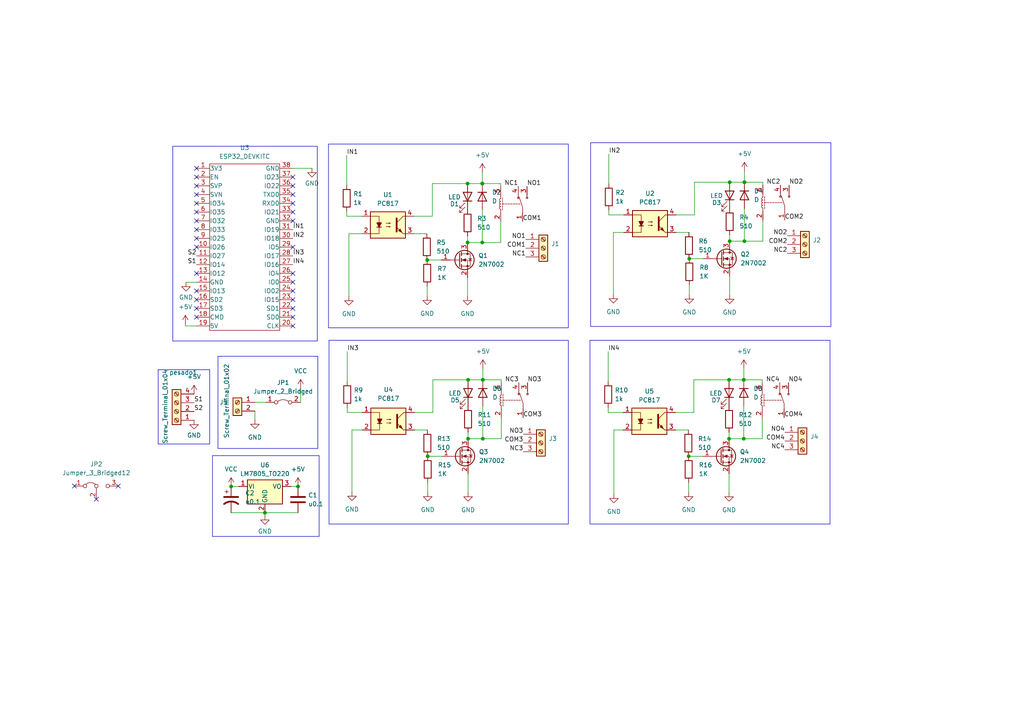
<source format=kicad_sch>
(kicad_sch (version 20250114) (generator "eeschema") (generator_version "9.0")
  (paper "A4")
  (lib_symbols
    (symbol "Connector:Screw_Terminal_01x02" (pin_names (offset 1.016) (hide yes))
      (property "Reference" "J" (at 0 2.54 0))
      (property "Value" "Screw_Terminal_01x02" (at 0 -5.08 0))
      (symbol "Screw_Terminal_01x02_1_1"
        (rectangle (start -1.27 1.27) (end 1.27 -3.81) (stroke (width 0.254)) (fill (type background)))
        (polyline (pts (xy -0.5334 0.3302) (xy 0.3302 -0.508)) (stroke (width 0.1524)))
        (polyline (pts (xy -0.5334 -2.2098) (xy 0.3302 -3.048)) (stroke (width 0.1524)))
        (polyline (pts (xy -0.3556 0.508) (xy 0.508 -0.3302)) (stroke (width 0.1524)))
        (polyline (pts (xy -0.3556 -2.032) (xy 0.508 -2.8702)) (stroke (width 0.1524)))
        (circle (center 0 0) (radius 0.635) (stroke (width 0.1524)))
        (circle (center 0 -2.54) (radius 0.635) (stroke (width 0.1524)))
        (pin passive line (at -5.08 0 0) (length 3.81) (name "Pin_1") (number "1"))
        (pin passive line (at -5.08 -2.54 0) (length 3.81) (name "Pin_2") (number "2"))
      )
    )
    (symbol "Connector:Screw_Terminal_01x03" (pin_names (offset 1.016) (hide yes))
      (property "Reference" "J" (at 0 5.08 0))
      (property "Value" "Screw_Terminal_01x03" (at 0 -5.08 0))
      (symbol "Screw_Terminal_01x03_1_1"
        (rectangle (start -1.27 3.81) (end 1.27 -3.81) (stroke (width 0.254)) (fill (type background)))
        (polyline (pts (xy -0.5334 2.8702) (xy 0.3302 2.032)) (stroke (width 0.1524)))
        (polyline (pts (xy -0.5334 0.3302) (xy 0.3302 -0.508)) (stroke (width 0.1524)))
        (polyline (pts (xy -0.5334 -2.2098) (xy 0.3302 -3.048)) (stroke (width 0.1524)))
        (polyline (pts (xy -0.3556 3.048) (xy 0.508 2.2098)) (stroke (width 0.1524)))
        (polyline (pts (xy -0.3556 0.508) (xy 0.508 -0.3302)) (stroke (width 0.1524)))
        (polyline (pts (xy -0.3556 -2.032) (xy 0.508 -2.8702)) (stroke (width 0.1524)))
        (circle (center 0 2.54) (radius 0.635) (stroke (width 0.1524)))
        (circle (center 0 0) (radius 0.635) (stroke (width 0.1524)))
        (circle (center 0 -2.54) (radius 0.635) (stroke (width 0.1524)))
        (pin passive line (at -5.08 2.54 0) (length 3.81) (name "Pin_1") (number "1"))
        (pin passive line (at -5.08 0 0) (length 3.81) (name "Pin_2") (number "2"))
        (pin passive line (at -5.08 -2.54 0) (length 3.81) (name "Pin_3") (number "3"))
      )
    )
    (symbol "Connector:Screw_Terminal_01x04" (pin_names (offset 1.016) (hide yes))
      (property "Reference" "J" (at 0 5.08 0))
      (property "Value" "Screw_Terminal_01x04" (at 0 -7.62 0))
      (symbol "Screw_Terminal_01x04_1_1"
        (rectangle (start -1.27 3.81) (end 1.27 -6.35) (stroke (width 0.254)) (fill (type background)))
        (polyline (pts (xy -0.5334 2.8702) (xy 0.3302 2.032)) (stroke (width 0.1524)))
        (polyline (pts (xy -0.5334 0.3302) (xy 0.3302 -0.508)) (stroke (width 0.1524)))
        (polyline (pts (xy -0.5334 -2.2098) (xy 0.3302 -3.048)) (stroke (width 0.1524)))
        (polyline (pts (xy -0.5334 -4.7498) (xy 0.3302 -5.588)) (stroke (width 0.1524)))
        (polyline (pts (xy -0.3556 3.048) (xy 0.508 2.2098)) (stroke (width 0.1524)))
        (polyline (pts (xy -0.3556 0.508) (xy 0.508 -0.3302)) (stroke (width 0.1524)))
        (polyline (pts (xy -0.3556 -2.032) (xy 0.508 -2.8702)) (stroke (width 0.1524)))
        (polyline (pts (xy -0.3556 -4.572) (xy 0.508 -5.4102)) (stroke (width 0.1524)))
        (circle (center 0 2.54) (radius 0.635) (stroke (width 0.1524)))
        (circle (center 0 0) (radius 0.635) (stroke (width 0.1524)))
        (circle (center 0 -2.54) (radius 0.635) (stroke (width 0.1524)))
        (circle (center 0 -5.08) (radius 0.635) (stroke (width 0.1524)))
        (pin passive line (at -5.08 2.54 0) (length 3.81) (name "Pin_1") (number "1"))
        (pin passive line (at -5.08 0 0) (length 3.81) (name "Pin_2") (number "2"))
        (pin passive line (at -5.08 -2.54 0) (length 3.81) (name "Pin_3") (number "3"))
        (pin passive line (at -5.08 -5.08 0) (length 3.81) (name "Pin_4") (number "4"))
      )
    )
    (symbol "Device:C" (pin_numbers (hide yes)) (pin_names (offset 0.254))
      (property "Reference" "C" (at 0.635 2.54 0))
      (property "Value" "C" (at 0.635 -2.54 0))
      (symbol "C_0_1"
        (polyline (pts (xy -2.032 0.762) (xy 2.032 0.762)) (stroke (width 0.508)))
        (polyline (pts (xy -2.032 -0.762) (xy 2.032 -0.762)) (stroke (width 0.508)))
      )
      (symbol "C_1_1"
        (pin passive line (at 0 3.81 270) (length 2.794) (name "~") (number "1"))
        (pin passive line (at 0 -3.81 90) (length 2.794) (name "~") (number "2"))
      )
    )
    (symbol "Device:C_Polarized_US" (pin_numbers (hide yes)) (pin_names (offset 0.254) (hide yes))
      (property "Reference" "C" (at 0.635 2.54 0))
      (property "Value" "C_Polarized_US" (at 0.635 -2.54 0))
      (symbol "C_Polarized_US_0_1"
        (polyline (pts (xy -2.032 0.762) (xy 2.032 0.762)) (stroke (width 0.508)))
        (polyline (pts (xy -1.778 2.286) (xy -0.762 2.286)))
        (polyline (pts (xy -1.27 1.778) (xy -1.27 2.794)))
        (arc (start -2.032 -1.27) (mid 0 -0.5572) (end 2.032 -1.27) (stroke (width 0.508)))
      )
      (symbol "C_Polarized_US_1_1"
        (pin passive line (at 0 3.81 270) (length 2.794) (name "~") (number "1"))
        (pin passive line (at 0 -3.81 90) (length 3.302) (name "~") (number "2"))
      )
    )
    (symbol "Device:D" (pin_numbers (hide yes)) (pin_names (offset 1.016) (hide yes))
      (property "Reference" "D" (at 0 2.54 0))
      (property "Value" "D" (at 0 -2.54 0))
      (symbol "D_0_1"
        (polyline (pts (xy -1.27 1.27) (xy -1.27 -1.27)) (stroke (width 0.254)))
        (polyline (pts (xy 1.27 1.27) (xy 1.27 -1.27) (xy -1.27 0) (xy 1.27 1.27)) (stroke (width 0.254)))
        (polyline (pts (xy 1.27 0) (xy -1.27 0)))
      )
      (symbol "D_1_1"
        (pin passive line (at -3.81 0 0) (length 2.54) (name "K") (number "1"))
        (pin passive line (at 3.81 0 180) (length 2.54) (name "A") (number "2"))
      )
    )
    (symbol "Device:LED" (pin_numbers (hide yes)) (pin_names (offset 1.016) (hide yes))
      (property "Reference" "D" (at 0 2.54 0))
      (property "Value" "LED" (at 0 -2.54 0))
      (symbol "LED_0_1"
        (polyline (pts (xy -3.048 -0.762) (xy -4.572 -2.286) (xy -3.81 -2.286) (xy -4.572 -2.286) (xy -4.572 -1.524)))
        (polyline (pts (xy -1.778 -0.762) (xy -3.302 -2.286) (xy -2.54 -2.286) (xy -3.302 -2.286) (xy -3.302 -1.524)))
        (polyline (pts (xy -1.27 0) (xy 1.27 0)))
        (polyline (pts (xy -1.27 -1.27) (xy -1.27 1.27)) (stroke (width 0.254)))
        (polyline (pts (xy 1.27 -1.27) (xy 1.27 1.27) (xy -1.27 0) (xy 1.27 -1.27)) (stroke (width 0.254)))
      )
      (symbol "LED_1_1"
        (pin passive line (at -3.81 0 0) (length 2.54) (name "K") (number "1"))
        (pin passive line (at 3.81 0 180) (length 2.54) (name "A") (number "2"))
      )
    )
    (symbol "Device:R" (pin_numbers (hide yes)) (pin_names (offset 0))
      (property "Reference" "R" (at 2.032 0 90))
      (property "Value" "R" (at 0 0 90))
      (symbol "R_0_1"
        (rectangle (start -1.016 -2.54) (end 1.016 2.54) (stroke (width 0.254)))
      )
      (symbol "R_1_1"
        (pin passive line (at 0 3.81 270) (length 1.27) (name "~") (number "1"))
        (pin passive line (at 0 -3.81 90) (length 1.27) (name "~") (number "2"))
      )
    )
    (symbol "EESTN5:ESP32_DEVKITC" (pin_names (offset 0.0254))
      (property "Reference" "U" (at 0 25.4 0))
      (property "Value" "ESP32_DEVKITC" (at 0 -25.4 0))
      (symbol "ESP32_DEVKITC_0_1"
        (rectangle (start -10.16 24.13) (end 10.16 -24.13))
      )
      (symbol "ESP32_DEVKITC_1_1"
        (pin passive line (at -13.97 22.86 0) (length 3.81) (name "3V3") (number "1"))
        (pin passive line (at -13.97 20.32 0) (length 3.81) (name "EN") (number "2"))
        (pin passive line (at -13.97 17.78 0) (length 3.81) (name "SVP") (number "3"))
        (pin passive line (at -13.97 15.24 0) (length 3.81) (name "SVN") (number "4"))
        (pin passive line (at -13.97 12.7 0) (length 3.81) (name "IO34") (number "5"))
        (pin passive line (at -13.97 10.16 0) (length 3.81) (name "IO35") (number "6"))
        (pin passive line (at -13.97 7.62 0) (length 3.81) (name "IO32") (number "7"))
        (pin passive line (at -13.97 5.08 0) (length 3.81) (name "IO33") (number "8"))
        (pin passive line (at -13.97 2.54 0) (length 3.81) (name "IO25") (number "9"))
        (pin passive line (at -13.97 0 0) (length 3.81) (name "IO26") (number "10"))
        (pin passive line (at -13.97 -2.54 0) (length 3.81) (name "IO27") (number "11"))
        (pin passive line (at -13.97 -5.08 0) (length 3.81) (name "IO14") (number "12"))
        (pin passive line (at -13.97 -7.62 0) (length 3.81) (name "IO12") (number "13"))
        (pin passive line (at -13.97 -10.16 0) (length 3.81) (name "GND") (number "14"))
        (pin passive line (at -13.97 -12.7 0) (length 3.81) (name "IO13") (number "15"))
        (pin passive line (at -13.97 -15.24 0) (length 3.81) (name "SD2") (number "16"))
        (pin passive line (at -13.97 -17.78 0) (length 3.81) (name "SD3") (number "17"))
        (pin passive line (at -13.97 -20.32 0) (length 3.81) (name "CMD") (number "18"))
        (pin passive line (at -13.97 -22.86 0) (length 3.81) (name "5V") (number "19"))
        (pin passive line (at 13.97 22.86 180) (length 3.81) (name "GND") (number "38"))
        (pin passive line (at 13.97 20.32 180) (length 3.81) (name "IO23") (number "37"))
        (pin passive line (at 13.97 17.78 180) (length 3.81) (name "IO22") (number "36"))
        (pin passive line (at 13.97 15.24 180) (length 3.81) (name "TXD0") (number "35"))
        (pin passive line (at 13.97 12.7 180) (length 3.81) (name "RXD0") (number "34"))
        (pin passive line (at 13.97 10.16 180) (length 3.81) (name "IO21") (number "33"))
        (pin passive line (at 13.97 7.62 180) (length 3.81) (name "GND") (number "32"))
        (pin passive line (at 13.97 5.08 180) (length 3.81) (name "IO19") (number "31"))
        (pin passive line (at 13.97 2.54 180) (length 3.81) (name "IO18") (number "30"))
        (pin passive line (at 13.97 0 180) (length 3.81) (name "IO5") (number "29"))
        (pin passive line (at 13.97 -2.54 180) (length 3.81) (name "IO17") (number "28"))
        (pin passive line (at 13.97 -5.08 180) (length 3.81) (name "IO16") (number "27"))
        (pin passive line (at 13.97 -7.62 180) (length 3.81) (name "IO4") (number "26"))
        (pin passive line (at 13.97 -10.16 180) (length 3.81) (name "IO0") (number "25"))
        (pin passive line (at 13.97 -12.7 180) (length 3.81) (name "IO02") (number "24"))
        (pin passive line (at 13.97 -15.24 180) (length 3.81) (name "IO15") (number "23"))
        (pin passive line (at 13.97 -17.78 180) (length 3.81) (name "SD1") (number "22"))
        (pin passive line (at 13.97 -20.32 180) (length 3.81) (name "SD0") (number "21"))
        (pin passive line (at 13.97 -22.86 180) (length 3.81) (name "CLK") (number "20"))
      )
    )
    (symbol "EESTN5:PC817" (pin_names (offset 1.016))
      (property "Reference" "U" (at -5.08 5.08 0))
      (property "Value" "PC817" (at 0 5.08 0))
      (symbol "PC817_0_1"
        (rectangle (start -5.08 3.81) (end 5.08 -3.81) (stroke (width 0.254)) (fill (type background)))
        (polyline (pts (xy -5.08 2.54) (xy -2.54 2.54) (xy -2.54 0.635)))
        (polyline (pts (xy -3.175 -0.635) (xy -1.905 -0.635)) (stroke (width 0.254)))
        (polyline (pts (xy -2.54 -0.635) (xy -2.54 -2.54) (xy -5.08 -2.54)))
        (polyline (pts (xy -2.54 -0.635) (xy -3.175 0.635) (xy -1.905 0.635) (xy -2.54 -0.635)) (stroke (width 0.254)) (fill (type outline)))
        (polyline (pts (xy -0.508 0.508) (xy 0.762 0.508) (xy 0.381 0.381) (xy 0.381 0.635) (xy 0.762 0.508)))
        (polyline (pts (xy -0.508 -0.508) (xy 0.762 -0.508) (xy 0.381 -0.635) (xy 0.381 -0.381) (xy 0.762 -0.508)))
        (polyline (pts (xy 2.54 1.905) (xy 2.54 -1.905) (xy 2.54 -1.905)) (stroke (width 0.508)))
        (polyline (pts (xy 2.54 0.635) (xy 4.445 2.54)))
        (polyline (pts (xy 3.048 -1.651) (xy 3.556 -1.143) (xy 4.064 -2.159) (xy 3.048 -1.651) (xy 3.048 -1.651)) (fill (type outline)))
        (polyline (pts (xy 4.445 2.54) (xy 5.08 2.54)))
        (polyline (pts (xy 4.445 -2.54) (xy 2.54 -0.635)) (fill (type outline)))
        (polyline (pts (xy 4.445 -2.54) (xy 5.08 -2.54)))
      )
      (symbol "PC817_1_1"
        (pin passive line (at -7.62 2.54 0) (length 2.54) (name "~") (number "1"))
        (pin passive line (at -7.62 -2.54 0) (length 2.54) (name "~") (number "2"))
        (pin passive line (at 7.62 2.54 180) (length 2.54) (name "~") (number "4"))
        (pin passive line (at 7.62 -2.54 180) (length 2.54) (name "~") (number "3"))
      )
    )
    (symbol "EESTN5:RELAY_C" (pin_names (offset 1.016))
      (property "Reference" "K" (at 0 6.35 0))
      (property "Value" "RELAY_C" (at 0 -5.969 0))
      (symbol "RELAY_C_0_1"
        (polyline (pts (xy -1.778 3.302) (xy -1.27 3.302) (xy -1.27 3.302)))
        (polyline (pts (xy -1.524 3.81) (xy -2.54 3.81) (xy -2.54 3.81)))
        (polyline (pts (xy -1.524 -2.54) (xy -2.54 -2.54) (xy -2.54 -2.54)))
        (polyline (pts (xy -1.524 -2.54) (xy -1.016 -2.54) (xy 2.032 -1.524) (xy 2.032 -1.524)))
        (arc (start -1.524 3.81) (mid -1.143 4.1894) (end -0.762 3.81))
        (polyline (pts (xy -1.016 3.302) (xy -0.508 3.302) (xy -0.508 3.302)))
        (arc (start -0.762 3.81) (mid -0.381 4.1894) (end 0 3.81))
        (polyline (pts (xy -0.254 3.302) (xy 0.254 3.302) (xy 0.254 3.302)))
        (polyline (pts (xy 0 3.302) (xy 0 2.794) (xy 0 2.794)))
        (polyline (pts (xy 0 2.54) (xy 0 2.032) (xy 0 2.032)))
        (polyline (pts (xy 0 1.778) (xy 0 1.27) (xy 0 1.27)))
        (polyline (pts (xy 0 1.016) (xy 0 0.508) (xy 0 0.508)))
        (polyline (pts (xy 0 0.254) (xy 0 -0.254) (xy 0 -0.254)))
        (polyline (pts (xy 0 -0.508) (xy 0 -1.016) (xy 0 -1.016)))
        (polyline (pts (xy 0 -1.27) (xy 0 -1.778) (xy 0 -1.778)))
        (arc (start 0 3.81) (mid 0.381 4.1894) (end 0.762 3.81))
        (polyline (pts (xy 0.508 3.302) (xy 1.016 3.302) (xy 1.016 3.302)))
        (arc (start 0.762 3.81) (mid 1.143 4.1894) (end 1.524 3.81))
        (polyline (pts (xy 1.27 3.302) (xy 1.778 3.302) (xy 1.778 3.302)))
        (polyline (pts (xy 1.524 3.81) (xy 2.54 3.81) (xy 2.54 3.81)))
        (circle (center 1.778 -1.27) (radius 0.254))
        (circle (center 1.778 -3.81) (radius 0.254))
        (polyline (pts (xy 2.54 -1.27) (xy 1.778 -1.27) (xy 1.778 -1.27)))
        (polyline (pts (xy 2.54 -3.81) (xy 1.778 -3.81) (xy 1.778 -3.81)))
      )
      (symbol "RELAY_C_1_1"
        (pin passive line (at -5.08 3.81 0) (length 2.54) (name "~") (number "2"))
        (pin passive line (at -5.08 -2.54 0) (length 2.54) (name "~") (number "1"))
        (pin passive line (at 5.08 3.81 180) (length 2.54) (name "~") (number "5"))
        (pin passive line (at 5.08 -1.27 180) (length 2.54) (name "~") (number "4"))
        (pin passive line (at 5.08 -3.81 180) (length 2.54) (name "~") (number "3"))
      )
    )
    (symbol "Jumper:Jumper_2_Bridged" (pin_names (offset 0) (hide yes))
      (property "Reference" "JP" (at 0 1.905 0))
      (property "Value" "Jumper_2_Bridged" (at 0 -2.54 0))
      (symbol "Jumper_2_Bridged_0_0"
        (circle (center -2.032 0) (radius 0.508))
        (circle (center 2.032 0) (radius 0.508))
      )
      (symbol "Jumper_2_Bridged_0_1"
        (arc (start -1.524 0.254) (mid 0 0.762) (end 1.524 0.254))
      )
      (symbol "Jumper_2_Bridged_1_1"
        (pin passive line (at -5.08 0 0) (length 2.54) (name "A") (number "1"))
        (pin passive line (at 5.08 0 180) (length 2.54) (name "B") (number "2"))
      )
    )
    (symbol "Jumper:Jumper_3_Bridged12" (pin_names (offset 0) (hide yes))
      (property "Reference" "JP" (at -2.54 -2.54 0))
      (property "Value" "Jumper_3_Bridged12" (at 0 2.794 0))
      (symbol "Jumper_3_Bridged12_0_0"
        (circle (center -3.302 0) (radius 0.508))
        (circle (center 0 0) (radius 0.508))
        (circle (center 3.302 0) (radius 0.508))
      )
      (symbol "Jumper_3_Bridged12_0_1"
        (arc (start -3.048 0.508) (mid -1.651 0.9912) (end -0.254 0.508))
        (polyline (pts (xy 0 -1.27) (xy 0 -0.508)))
      )
      (symbol "Jumper_3_Bridged12_1_1"
        (pin passive line (at -6.35 0 0) (length 2.54) (name "A") (number "1"))
        (pin passive line (at 0 -3.81 90) (length 2.54) (name "C") (number "2"))
        (pin passive line (at 6.35 0 180) (length 2.54) (name "B") (number "3"))
      )
    )
    (symbol "Regulator_Linear:LM7805_TO220" (pin_names (offset 0.254))
      (property "Reference" "U" (at -3.81 3.175 0))
      (property "Value" "LM7805_TO220" (at 0 3.175 0))
      (symbol "LM7805_TO220_0_1"
        (rectangle (start -5.08 1.905) (end 5.08 -5.08) (stroke (width 0.254)) (fill (type background)))
      )
      (symbol "LM7805_TO220_1_1"
        (pin power_in line (at -7.62 0 0) (length 2.54) (name "VI") (number "1"))
        (pin power_in line (at 0 -7.62 90) (length 2.54) (name "GND") (number "2"))
        (pin power_out line (at 7.62 0 180) (length 2.54) (name "VO") (number "3"))
      )
    )
    (symbol "Transistor_FET:2N7002" (pin_names (hide yes))
      (property "Reference" "Q" (at 5.08 1.905 0))
      (property "Value" "2N7002" (at 5.08 0 0))
      (symbol "2N7002_0_1"
        (polyline (pts (xy 0.254 1.905) (xy 0.254 -1.905)) (stroke (width 0.254)))
        (polyline (pts (xy 0.254 0) (xy -2.54 0)))
        (polyline (pts (xy 0.762 2.286) (xy 0.762 1.27)) (stroke (width 0.254)))
        (polyline (pts (xy 0.762 0.508) (xy 0.762 -0.508)) (stroke (width 0.254)))
        (polyline (pts (xy 0.762 -1.27) (xy 0.762 -2.286)) (stroke (width 0.254)))
        (polyline (pts (xy 0.762 -1.778) (xy 3.302 -1.778) (xy 3.302 1.778) (xy 0.762 1.778)))
        (polyline (pts (xy 1.016 0) (xy 2.032 0.381) (xy 2.032 -0.381) (xy 1.016 0)) (fill (type outline)))
        (circle (center 1.651 0) (radius 2.794) (stroke (width 0.254)))
        (polyline (pts (xy 2.54 2.54) (xy 2.54 1.778)))
        (circle (center 2.54 1.778) (radius 0.254) (fill (type outline)))
        (circle (center 2.54 -1.778) (radius 0.254) (fill (type outline)))
        (polyline (pts (xy 2.54 -2.54) (xy 2.54 0) (xy 0.762 0)))
        (polyline (pts (xy 2.794 0.508) (xy 2.921 0.381) (xy 3.683 0.381) (xy 3.81 0.254)))
        (polyline (pts (xy 3.302 0.381) (xy 2.921 -0.254) (xy 3.683 -0.254) (xy 3.302 0.381)))
      )
      (symbol "2N7002_1_1"
        (pin input line (at -5.08 0 0) (length 2.54) (name "G") (number "1"))
        (pin passive line (at 2.54 5.08 270) (length 2.54) (name "D") (number "3"))
        (pin passive line (at 2.54 -5.08 90) (length 2.54) (name "S") (number "2"))
      )
    )
    (symbol "power:+5V" (power) (pin_names (offset 0))
      (property "Value" "+5V" (at 0 3.556 0))
      (symbol "+5V_0_1"
        (polyline (pts (xy -0.762 1.27) (xy 0 2.54)))
        (polyline (pts (xy 0 2.54) (xy 0.762 1.27)))
        (polyline (pts (xy 0 0) (xy 0 2.54)))
      )
      (symbol "+5V_1_1"
        (pin power_in line (at 0 0 90) (length 0) (hide yes) (name "+5V") (number "1"))
      )
    )
    (symbol "power:GND" (power) (pin_names (offset 0))
      (property "Value" "GND" (at 0 -3.81 0))
      (symbol "GND_0_1"
        (polyline (pts (xy 0 0) (xy 0 -1.27) (xy 1.27 -1.27) (xy 0 -2.54) (xy -1.27 -1.27) (xy 0 -1.27)))
      )
      (symbol "GND_1_1"
        (pin power_in line (at 0 0 270) (length 0) (hide yes) (name "GND") (number "1"))
      )
    )
    (symbol "power:VCC" (power) (pin_names (offset 0))
      (property "Value" "VCC" (at 0 3.81 0))
      (symbol "VCC_0_1"
        (polyline (pts (xy -0.762 1.27) (xy 0 2.54)))
        (polyline (pts (xy 0 2.54) (xy 0.762 1.27)))
        (polyline (pts (xy 0 0) (xy 0 2.54)))
      )
      (symbol "VCC_1_1"
        (pin power_in line (at 0 0 90) (length 0) (hide yes) (name "VCC") (number "1"))
      )
    )
  )
  (rectangle (start 45.8724 107.2388) (end 60.833 128.778))
  (rectangle (start 63.2206 103.3272) (end 92.1766 130.0734))
  (rectangle (start 95.2754 41.783) (end 164.846 95.0722))
  (rectangle (start 95.4278 98.7044) (end 164.846 151.9936))
  (rectangle (start 171.1198 98.7044) (end 240.7412 151.9936))
  (rectangle (start 171.2976 41.402) (end 240.9952 94.6912))
  (rectangle (start 61.6254 132.1562) (end 92.5576 155.5894))
  (rectangle (start 50.1142 42.418) (end 92.0242 98.9076))
  (junction (at 140.0294 127.254))
  (junction (at 199.7456 132.334))
  (junction (at 211.6328 69.9516))
  (junction (at 140.0302 110.1598))
  (junction (at 135.763 127.254))
  (junction (at 140.0556 110.1598))
  (junction (at 215.7222 110.1598))
  (junction (at 86.431 141.097))
  (junction (at 215.7214 127.254))
  (junction (at 135.6106 53.2384))
  (junction (at 211.455 110.1598))
  (junction (at 139.9032 53.2384))
  (junction (at 139.8778 53.2384))
  (junction (at 67.0364 141.097))
  (junction (at 124.0536 132.334))
  (junction (at 139.877 70.3326))
  (junction (at 211.455 127.254))
  (junction (at 215.7476 110.1598))
  (junction (at 215.9254 52.8574))
  (junction (at 215.9 52.8574))
  (junction (at 135.763 110.1598))
  (junction (at 199.9234 75.0316))
  (junction (at 215.8992 69.9516))
  (junction (at 76.835 148.717))
  (junction (at 211.6328 52.8574))
  (junction (at 135.6106 70.3326))
  (junction (at 123.9012 75.4126))
  (no_connect (at 56.9976 84.3788))
  (no_connect (at 84.9376 58.9788))
  (no_connect (at 84.9376 71.6788))
  (no_connect (at 56.9976 79.2988))
  (no_connect (at 84.9376 84.3788))
  (no_connect (at 56.9976 86.9188))
  (no_connect (at 56.9976 64.0588))
  (no_connect (at 84.9376 61.5188))
  (no_connect (at 56.9976 66.5988))
  (no_connect (at 56.9976 61.5188))
  (no_connect (at 56.9976 58.9788))
  (no_connect (at 34.29 140.97))
  (no_connect (at 84.9376 56.4388))
  (no_connect (at 84.9376 79.2988))
  (no_connect (at 84.9376 51.3588))
  (no_connect (at 56.9976 89.4588))
  (no_connect (at 84.9376 94.5388))
  (no_connect (at 27.94 144.78))
  (no_connect (at 56.9976 48.8188))
  (no_connect (at 56.9976 69.1388))
  (no_connect (at 56.9976 51.3588))
  (no_connect (at 84.9376 81.8388))
  (no_connect (at 56.9976 71.6788))
  (no_connect (at 21.59 140.97))
  (no_connect (at 56.9976 91.9988))
  (no_connect (at 84.9376 64.0588))
  (no_connect (at 56.9976 53.8988))
  (no_connect (at 84.9376 86.9188))
  (no_connect (at 56.9976 56.4388))
  (no_connect (at 84.9376 53.8988))
  (no_connect (at 84.9376 89.4588))
  (no_connect (at 84.9376 91.9988))
  (wire (pts (xy 221.0816 110.998) (xy 221.0816 110.1598)))
  (wire (pts (xy 76.835 148.717) (xy 86.431 148.717)))
  (wire (pts (xy 100.5586 45.0596) (xy 100.5586 53.6956)))
  (wire (pts (xy 100.5586 62.7126) (xy 104.8766 62.7126)))
  (wire (pts (xy 221.0816 127.254) (xy 215.7214 127.254)))
  (wire (pts (xy 140.0302 110.1598) (xy 140.0556 110.1598)))
  (wire (pts (xy 221.2594 69.9516) (xy 215.8992 69.9516)))
  (wire (pts (xy 176.5808 62.3316) (xy 180.8988 62.3316)))
  (wire (pts (xy 135.6106 80.4926) (xy 135.6106 85.9028)))
  (wire (pts (xy 67.0306 141.097) (xy 67.0364 141.097)))
  (wire (pts (xy 120.1166 67.7926) (xy 123.7996 67.7926)))
  (wire (pts (xy 215.7476 106.9086) (xy 215.7476 110.1598)))
  (wire (pts (xy 90.4811 48.8188) (xy 84.9376 48.8188)))
  (wire (pts (xy 135.6106 68.4784) (xy 135.6106 70.3326)))
  (wire (pts (xy 145.3896 127.254) (xy 140.0294 127.254)))
  (wire (pts (xy 100.711 119.634) (xy 105.029 119.634)))
  (wire (pts (xy 215.7222 110.1598) (xy 215.7476 110.1598)))
  (wire (pts (xy 211.455 137.414) (xy 211.455 142.8242)))
  (wire (pts (xy 139.9032 49.9872) (xy 139.9032 53.2384)))
  (wire (pts (xy 178.054 124.714) (xy 180.721 124.714)))
  (wire (pts (xy 135.763 125.3998) (xy 135.763 127.254)))
  (wire (pts (xy 176.403 118.237) (xy 176.403 119.634)))
  (wire (pts (xy 139.8778 53.2384) (xy 139.9032 53.2384)))
  (wire (pts (xy 199.9234 85.471) (xy 199.9234 82.6516)))
  (wire (pts (xy 102.0826 142.6464) (xy 102.0826 124.714)))
  (wire (pts (xy 53.7718 94.5388) (xy 56.9976 94.5388)))
  (wire (pts (xy 73.9394 116.6876) (xy 77.0382 116.6876)))
  (wire (pts (xy 177.9016 67.4116) (xy 180.8988 67.4116)))
  (wire (pts (xy 211.455 127.254) (xy 215.7214 127.254)))
  (wire (pts (xy 120.269 124.714) (xy 123.952 124.714)))
  (wire (pts (xy 215.7476 110.1598) (xy 221.0816 110.1598)))
  (wire (pts (xy 221.0816 121.158) (xy 221.0816 127.254)))
  (wire (pts (xy 176.5808 60.9346) (xy 176.5808 62.3316)))
  (wire (pts (xy 140.0556 110.1598) (xy 145.3896 110.1598)))
  (wire (pts (xy 140.0294 117.7798) (xy 140.0294 127.254)))
  (wire (pts (xy 211.6328 52.8574) (xy 215.9 52.8574)))
  (wire (pts (xy 135.6106 70.3326) (xy 139.877 70.3326)))
  (wire (pts (xy 135.763 127.254) (xy 140.0294 127.254)))
  (wire (pts (xy 145.2372 70.3326) (xy 139.877 70.3326)))
  (wire (pts (xy 221.2594 53.6956) (xy 221.2594 52.8574)))
  (wire (pts (xy 221.2594 63.8556) (xy 221.2594 69.9516)))
  (wire (pts (xy 215.8992 60.4774) (xy 215.8992 69.9516)))
  (wire (pts (xy 145.2372 64.2366) (xy 145.2372 70.3326)))
  (wire (pts (xy 120.269 119.634) (xy 125.5522 119.634)))
  (wire (pts (xy 199.7456 142.7734) (xy 199.7456 139.954)))
  (wire (pts (xy 199.644 132.334) (xy 199.7456 132.334)))
  (wire (pts (xy 211.6328 68.0974) (xy 211.6328 69.9516)))
  (wire (pts (xy 199.7456 132.334) (xy 203.835 132.334)))
  (wire (pts (xy 211.455 125.3998) (xy 211.455 127.254)))
  (wire (pts (xy 199.8218 75.0316) (xy 199.9234 75.0316)))
  (wire (pts (xy 195.961 119.634) (xy 201.2442 119.634)))
  (wire (pts (xy 145.3896 110.998) (xy 145.3896 110.1598)))
  (wire (pts (xy 140.0556 106.9086) (xy 140.0556 110.1598)))
  (wire (pts (xy 201.422 52.8574) (xy 211.6328 52.8574)))
  (wire (pts (xy 123.952 132.334) (xy 124.0536 132.334)))
  (wire (pts (xy 76.835 149.5298) (xy 76.835 148.717)))
  (wire (pts (xy 140.0302 117.7798) (xy 140.0294 117.7798)))
  (wire (pts (xy 86.431 141.097) (xy 86.4362 141.097)))
  (wire (pts (xy 123.9012 85.852) (xy 123.9012 83.0326)))
  (wire (pts (xy 196.1388 62.3316) (xy 201.422 62.3316)))
  (wire (pts (xy 102.0826 124.714) (xy 105.029 124.714)))
  (wire (pts (xy 215.9 52.8574) (xy 215.9254 52.8574)))
  (wire (pts (xy 123.7996 75.4126) (xy 123.9012 75.4126)))
  (wire (pts (xy 215.7214 117.7798) (xy 215.7214 127.254)))
  (wire (pts (xy 100.711 118.237) (xy 100.711 119.634)))
  (wire (pts (xy 139.8778 60.8584) (xy 139.877 60.8584)))
  (wire (pts (xy 177.9016 85.3694) (xy 177.9016 67.4116)))
  (wire (pts (xy 215.9 60.4774) (xy 215.8992 60.4774)))
  (wire (pts (xy 215.9254 52.8574) (xy 221.2594 52.8574)))
  (wire (pts (xy 145.2372 54.0766) (xy 145.2372 53.2384)))
  (wire (pts (xy 135.6106 53.2384) (xy 139.8778 53.2384)))
  (wire (pts (xy 101.1936 85.9536) (xy 101.1936 67.7926)))
  (wire (pts (xy 199.9234 75.0316) (xy 204.0128 75.0316)))
  (wire (pts (xy 211.6328 69.9516) (xy 215.8992 69.9516)))
  (wire (pts (xy 196.1388 67.4116) (xy 199.8218 67.4116)))
  (wire (pts (xy 139.9032 53.2384) (xy 145.2372 53.2384)))
  (wire (pts (xy 135.763 110.1598) (xy 140.0302 110.1598)))
  (wire (pts (xy 56.9976 81.8388) (xy 56.9976 81.8642)))
  (wire (pts (xy 73.9394 121.7676) (xy 73.9394 119.2276)))
  (wire (pts (xy 120.1166 62.7126) (xy 125.3998 62.7126)))
  (wire (pts (xy 201.2442 110.1598) (xy 201.2442 119.634)))
  (wire (pts (xy 84.455 141.097) (xy 86.431 141.097)))
  (wire (pts (xy 211.455 110.1598) (xy 215.7222 110.1598)))
  (wire (pts (xy 176.5808 44.6786) (xy 176.5808 53.3146)))
  (wire (pts (xy 195.961 124.714) (xy 199.644 124.714)))
  (wire (pts (xy 135.763 137.414) (xy 135.763 142.8242)))
  (wire (pts (xy 124.0536 142.7734) (xy 124.0536 139.954)))
  (wire (pts (xy 53.7718 94.0054) (xy 53.7718 94.5388)))
  (wire (pts (xy 139.877 60.8584) (xy 139.877 70.3326)))
  (wire (pts (xy 176.403 101.981) (xy 176.403 110.617)))
  (wire (pts (xy 145.3896 121.158) (xy 145.3896 127.254)))
  (wire (pts (xy 125.5522 110.1598) (xy 135.763 110.1598)))
  (wire (pts (xy 176.403 119.634) (xy 180.721 119.634)))
  (wire (pts (xy 215.7222 117.7798) (xy 215.7214 117.7798)))
  (wire (pts (xy 101.1936 67.7926) (xy 104.8766 67.7926)))
  (wire (pts (xy 100.711 101.981) (xy 100.711 110.617)))
  (wire (pts (xy 123.9012 75.4126) (xy 127.9906 75.4126)))
  (wire (pts (xy 201.422 52.8574) (xy 201.422 62.3316)))
  (wire (pts (xy 201.2442 110.1598) (xy 211.455 110.1598)))
  (wire (pts (xy 215.9254 49.6062) (xy 215.9254 52.8574)))
  (wire (pts (xy 100.5586 61.3156) (xy 100.5586 62.7126)))
  (wire (pts (xy 124.0536 132.334) (xy 128.143 132.334)))
  (wire (pts (xy 125.3998 53.2384) (xy 135.6106 53.2384)))
  (wire (pts (xy 56.9976 81.8642) (xy 53.9496 81.8642)))
  (wire (pts (xy 87.1982 112.6236) (xy 87.1982 116.6876)))
  (wire (pts (xy 90.4811 48.8004) (xy 90.4811 48.8188)))
  (wire (pts (xy 178.054 143.3068) (xy 178.054 124.714)))
  (wire (pts (xy 67.0364 141.097) (xy 69.215 141.097)))
  (wire (pts (xy 67.0364 148.717) (xy 76.835 148.717)))
  (wire (pts (xy 125.3998 53.2384) (xy 125.3998 62.7126)))
  (wire (pts (xy 211.6328 80.1116) (xy 211.6328 85.5218)))
  (wire (pts (xy 125.5522 110.1598) (xy 125.5522 119.634)))
  (label "NC1" (at 150.3172 54.0766 180))
  (label "COM1" (at 152.5016 71.9836 180))
  (label "S2" (at 56.9976 74.2188 180))
  (label "NC3" (at 150.4696 110.998 180))
  (label "NO1" (at 152.8572 54.0766 0))
  (label "NO1" (at 152.5016 69.4436 180))
  (label "S1" (at 56.9976 76.7588 180))
  (label "NC2" (at 226.3394 53.6956 180))
  (label "COM4" (at 227.4316 121.158 0))
  (label "NO2" (at 228.8794 53.6956 0))
  (label "IN1" (at 84.9376 66.5988 0))
  (label "COM3" (at 151.7396 121.158 0))
  (label "NC1" (at 152.5016 74.5236 180))
  (label "IN3" (at 84.9376 74.2188 0))
  (label "NO3" (at 151.7904 125.9332 180))
  (label "NO4" (at 228.7016 110.998 0))
  (label "NC4" (at 226.1616 110.998 180))
  (label "IN4" (at 84.9376 76.7588 0))
  (label "NO4" (at 227.6602 125.3744 180))
  (label "IN4" (at 176.403 101.981 0))
  (label "COM1" (at 151.5872 64.2366 0))
  (label "NC3" (at 151.7904 131.0132 180))
  (label "S1" (at 56.2864 116.8146 0))
  (label "COM3" (at 151.7904 128.4732 180))
  (label "IN2" (at 84.9376 69.1388 0))
  (label "COM2" (at 227.6094 63.8556 0))
  (label "COM4" (at 227.6602 127.9144 180))
  (label "NO2" (at 228.3714 68.3768 180))
  (label "S2" (at 56.2864 119.3546 0))
  (label "NO3" (at 153.0096 110.998 0))
  (label "NC2" (at 228.3714 73.4568 180))
  (label "IN1" (at 100.5586 45.0596 0))
  (label "IN3" (at 100.711 101.981 0))
  (label "COM2" (at 228.3714 70.9168 180))
  (label "IN2" (at 176.5808 44.6786 0))
  (label "NC4" (at 227.6602 130.4544 180))
  (symbol (lib_id "Device:D") (at 139.8778 57.0484 270) (unit 1)
    (property "Reference" "D2" (at 142.6718 55.7784 90) (effects (justify left)))
    (property "Value" "D" (at 142.6718 58.3184 90) (effects (justify left)))
    (property "Footprint" "Diode_SMD:D_0805_2012Metric" (effects (hide yes)))
    (property "Sim.Device" "D" (effects (hide yes)))
    (property "Sim.Pins" "1=K 2=A" (effects (hide yes)))
  )
  (symbol (lib_id "EESTN5:RELAY_C") (at 224.8916 116.078 90) (unit 1)
    (property "Reference" "K4" (effects (hide yes)))
    (property "Value" "RELAY_C" (effects (hide yes)))
    (property "Footprint" "EESTN5:Relay_C" (effects (hide yes)))
  )
  (symbol (lib_id "Device:R") (at 211.6328 64.2874 0) (unit 1)
    (property "Reference" "R4" (at 214.4268 63.0174 0) (effects (justify left)))
    (property "Value" "510" (at 214.4268 65.5574 0) (effects (justify left)))
    (property "Footprint" "Resistor_SMD:R_0805_2012Metric" (effects (hide yes)))
  )
  (symbol (lib_id "power:GND") (at 135.763 142.8242 0) (unit 1)
    (property "Reference" "#PWR023" (effects (hide yes)))
    (property "Value" "GND" (at 135.763 147.9042 0))
  )
  (symbol (lib_id "power:GND") (at 199.7456 142.7734 0) (unit 1)
    (property "Reference" "#PWR024" (effects (hide yes)))
    (property "Value" "GND" (at 199.7456 147.8534 0))
  )
  (symbol (lib_id "Device:LED") (at 211.455 113.9698 270) (mirror x) (unit 1)
    (property "Reference" "D7" (at 206.3242 116.078 90) (effects (justify left)))
    (property "Value" "LED" (at 205.8162 114.0714 90) (effects (justify left)))
    (property "Footprint" "LED_SMD:LED_0805_2012Metric" (effects (hide yes)))
  )
  (symbol (lib_id "power:GND") (at 123.9012 85.852 0) (unit 1)
    (property "Reference" "#PWR07" (effects (hide yes)))
    (property "Value" "GND" (at 123.9012 90.932 0))
  )
  (symbol (lib_id "Transistor_FET:2N7002") (at 209.0928 75.0316 0) (unit 1)
    (property "Reference" "Q2" (at 214.757 73.7616 0) (effects (justify left)))
    (property "Value" "2N7002" (at 214.757 76.3016 0) (effects (justify left)))
    (property "Footprint" "Package_TO_SOT_SMD:SOT-23" (effects (hide yes)))
    (property "Datasheet" "https://www.onsemi.com/pub/Collateral/NDS7002A-D.PDF" (effects (hide yes)))
  )
  (symbol (lib_id "EESTN5:PC817") (at 112.649 122.174 0) (unit 1)
    (property "Reference" "U4" (at 112.649 113.03 0))
    (property "Value" "PC817" (at 112.649 115.57 0))
    (property "Footprint" "EESTN5:DIP-4_PC817" (effects (hide yes)))
    (property "Datasheet" "http://www.soselectronic.cz/a_info/resource/d/pc817.pdf" (effects (hide yes)))
  )
  (symbol (lib_id "Connector:Screw_Terminal_01x03") (at 233.4514 70.9168 0) (unit 1)
    (property "Reference" "J2" (at 235.7374 69.6468 0) (effects (justify left)))
    (property "Value" "Screw_Terminal_01x03" (effects (hide yes)))
    (property "Footprint" "EESTN5:BORNERA3_AZUL" (effects (hide yes)))
  )
  (symbol (lib_id "Device:R") (at 135.6106 64.6684 0) (unit 1)
    (property "Reference" "R3" (at 138.4046 63.3984 0) (effects (justify left)))
    (property "Value" "510" (at 138.4046 65.9384 0) (effects (justify left)))
    (property "Footprint" "Resistor_SMD:R_0805_2012Metric" (effects (hide yes)))
  )
  (symbol (lib_id "power:VCC") (at 87.1982 112.6236 0) (unit 1)
    (property "Reference" "#PWR014" (effects (hide yes)))
    (property "Value" "VCC" (at 87.1982 107.5944 0))
  )
  (symbol (lib_id "Device:LED") (at 135.6106 57.0484 270) (mirror x) (unit 1)
    (property "Reference" "D1" (at 130.4798 59.1566 90) (effects (justify left)))
    (property "Value" "LED" (at 129.9718 57.15 90) (effects (justify left)))
    (property "Footprint" "LED_SMD:LED_0805_2012Metric" (effects (hide yes)))
  )
  (symbol (lib_id "EESTN5:RELAY_C") (at 225.0694 58.7756 90) (unit 1)
    (property "Reference" "K2" (effects (hide yes)))
    (property "Value" "RELAY_C" (effects (hide yes)))
    (property "Footprint" "EESTN5:Relay_C" (effects (hide yes)))
  )
  (symbol (lib_id "power:GND") (at 211.455 142.8242 0) (unit 1)
    (property "Reference" "#PWR025" (effects (hide yes)))
    (property "Value" "GND" (at 211.455 147.9042 0))
  )
  (symbol (lib_id "Connector:Screw_Terminal_01x03") (at 232.7402 127.9144 0) (unit 1)
    (property "Reference" "J4" (at 235.0262 126.6444 0) (effects (justify left)))
    (property "Value" "Screw_Terminal_01x03" (effects (hide yes)))
    (property "Footprint" "EESTN5:BORNERA3_AZUL" (effects (hide yes)))
  )
  (symbol (lib_id "Device:R") (at 211.455 121.5898 0) (unit 1)
    (property "Reference" "R12" (at 214.249 120.3198 0) (effects (justify left)))
    (property "Value" "510" (at 214.249 122.8598 0) (effects (justify left)))
    (property "Footprint" "Resistor_SMD:R_0805_2012Metric" (effects (hide yes)))
  )
  (symbol (lib_id "Jumper:Jumper_2_Bridged") (at 82.1182 116.6876 0) (unit 1)
    (property "Reference" "JP1" (at 82.1182 110.9726 0))
    (property "Value" "Jumper_2_Bridged" (at 82.1182 113.5126 0))
    (property "Footprint" "Jumper:SolderJumper-2_P1.3mm_Bridged2Bar_Pad1.0x1.5mm" (effects (hide yes)))
  )
  (symbol (lib_id "power:GND") (at 135.6106 85.9028 0) (unit 1)
    (property "Reference" "#PWR08" (effects (hide yes)))
    (property "Value" "GND" (at 135.6106 90.9828 0))
  )
  (symbol (lib_id "Jumper:Jumper_3_Bridged12") (at 27.94 140.97 0) (unit 1)
    (property "Reference" "JP2" (at 27.94 134.62 0))
    (property "Value" "Jumper_3_Bridged12" (at 27.94 137.16 0))
    (property "Footprint" "EESTN5.3dshapes:alaisonmi" (effects (hide yes)))
  )
  (symbol (lib_id "EESTN5:RELAY_C") (at 149.0472 59.1566 90) (unit 1)
    (property "Reference" "K1" (effects (hide yes)))
    (property "Value" "RELAY_C" (effects (hide yes)))
    (property "Footprint" "EESTN5:Relay_C" (effects (hide yes)))
  )
  (symbol (lib_id "power:+5V") (at 215.7476 106.9086 0) (unit 1)
    (property "Reference" "#PWR013" (effects (hide yes)))
    (property "Value" "+5V" (at 215.7476 101.9048 0))
  )
  (symbol (lib_id "Connector:Screw_Terminal_01x04") (at 51.2064 119.3546 180) (unit 1)
    (property "Reference" "pesado1" (at 53.1622 108.0262 0))
    (property "Value" "Screw_Terminal_01x04" (at 47.9044 117.9322 90))
    (property "Footprint" "Connector_PinHeader_2.54mm:PinHeader_1x04_P2.54mm_Vertical" (effects (hide yes)))
  )
  (symbol (lib_id "power:GND") (at 53.9496 81.8642 0) (unit 1)
    (property "Reference" "#PWR06" (effects (hide yes)))
    (property "Value" "GND" (at 53.9496 86.233 0))
  )
  (symbol (lib_id "power:GND") (at 211.6328 85.5218 0) (unit 1)
    (property "Reference" "#PWR010" (effects (hide yes)))
    (property "Value" "GND" (at 211.6328 90.6018 0))
  )
  (symbol (lib_id "power:GND") (at 76.835 149.5298 0) (unit 1)
    (property "Reference" "#PWR026" (effects (hide yes)))
    (property "Value" "GND" (at 76.835 154.1018 0))
  )
  (symbol (lib_id "Device:R") (at 176.5808 57.1246 0) (unit 1)
    (property "Reference" "R2" (at 178.4858 55.8546 0) (effects (justify left)))
    (property "Value" "1k" (at 178.4858 58.3946 0) (effects (justify left)))
    (property "Footprint" "Resistor_SMD:R_0805_2012Metric" (effects (hide yes)))
  )
  (symbol (lib_id "power:+5V") (at 215.9254 49.6062 0) (unit 1)
    (property "Reference" "#PWR03" (effects (hide yes)))
    (property "Value" "+5V" (at 215.9254 44.6024 0))
  )
  (symbol (lib_id "power:+5V") (at 140.0556 106.9086 0) (unit 1)
    (property "Reference" "#PWR012" (effects (hide yes)))
    (property "Value" "+5V" (at 140.0556 101.9048 0))
  )
  (symbol (lib_id "Device:C") (at 86.431 144.907 0) (unit 1)
    (property "Reference" "C1" (at 89.3774 143.637 0) (effects (justify left)))
    (property "Value" "u0.1" (at 89.3774 146.177 0) (effects (justify left)))
    (property "Footprint" "Capacitor_SMD:C_0805_2012Metric" (effects (hide yes)))
  )
  (symbol (lib_id "power:GND") (at 178.054 143.3068 0) (unit 1)
    (property "Reference" "#PWR019" (effects (hide yes)))
    (property "Value" "GND" (at 178.054 148.3868 0))
  )
  (symbol (lib_id "Device:C_Polarized_US") (at 67.0364 144.907 0) (unit 1)
    (property "Reference" "C2" (at 71.12 143.002 0) (effects (justify left)))
    (property "Value" "u0.1" (at 71.12 145.542 0) (effects (justify left)))
    (property "Footprint" "Capacitor_SMD:C_0805_2012Metric" (effects (hide yes)))
  )
  (symbol (lib_id "Transistor_FET:2N7002") (at 133.0706 75.4126 0) (unit 1)
    (property "Reference" "Q1" (at 138.7348 74.1426 0) (effects (justify left)))
    (property "Value" "2N7002" (at 138.7348 76.6826 0) (effects (justify left)))
    (property "Footprint" "Package_TO_SOT_SMD:SOT-23" (effects (hide yes)))
    (property "Datasheet" "https://www.onsemi.com/pub/Collateral/NDS7002A-D.PDF" (effects (hide yes)))
  )
  (symbol (lib_id "Device:R") (at 123.952 128.524 0) (unit 1)
    (property "Reference" "R13" (at 126.746 127.254 0) (effects (justify left)))
    (property "Value" "510" (at 126.746 129.794 0) (effects (justify left)))
    (property "Footprint" "Resistor_SMD:R_0805_2012Metric" (effects (hide yes)))
  )
  (symbol (lib_id "Device:R") (at 176.403 114.427 0) (unit 1)
    (property "Reference" "R10" (at 178.308 113.157 0) (effects (justify left)))
    (property "Value" "1k" (at 178.308 115.697 0) (effects (justify left)))
    (property "Footprint" "Resistor_SMD:R_0805_2012Metric" (effects (hide yes)))
  )
  (symbol (lib_id "Device:D") (at 215.7222 113.9698 270) (unit 1)
    (property "Reference" "D8" (at 218.5162 112.6998 90) (effects (justify left)))
    (property "Value" "D" (at 218.5162 115.2398 90) (effects (justify left)))
    (property "Footprint" "Diode_SMD:D_0805_2012Metric" (effects (hide yes)))
    (property "Sim.Device" "D" (effects (hide yes)))
    (property "Sim.Pins" "1=K 2=A" (effects (hide yes)))
  )
  (symbol (lib_id "Connector:Screw_Terminal_01x02") (at 68.8594 116.6876 0) (mirror y) (unit 1)
    (property "Reference" "J5" (at 66.0654 116.6876 0) (effects (justify left)))
    (property "Value" "Screw_Terminal_01x02" (at 65.7098 127.1016 90) (effects (justify left)))
    (property "Footprint" "EESTN5:BORNERA2_AZUL" (effects (hide yes)))
  )
  (symbol (lib_id "power:+5V") (at 56.2864 114.2746 0) (unit 1)
    (property "Reference" "#PWR015" (effects (hide yes)))
    (property "Value" "+5V" (at 56.2864 109.2708 0))
  )
  (symbol (lib_id "Regulator_Linear:LM7805_TO220") (at 76.835 141.097 0) (unit 1)
    (property "Reference" "U6" (at 76.835 134.874 0))
    (property "Value" "LM7805_TO220" (at 76.835 137.414 0))
    (property "Footprint" "Package_TO_SOT_SMD:TO-263-2" (effects (hide yes)))
    (property "Datasheet" "https://www.onsemi.cn/PowerSolutions/document/MC7800-D.PDF" (effects (hide yes)))
  )
  (symbol (lib_id "power:GND") (at 90.4811 48.8004 0) (unit 1)
    (property "Reference" "#PWR01" (effects (hide yes)))
    (property "Value" "GND" (at 90.4811 53.1692 0))
  )
  (symbol (lib_id "power:GND") (at 199.9234 85.471 0) (unit 1)
    (property "Reference" "#PWR09" (effects (hide yes)))
    (property "Value" "GND" (at 199.9234 90.551 0))
  )
  (symbol (lib_id "power:GND") (at 56.2864 121.8946 0) (unit 1)
    (property "Reference" "#PWR017" (effects (hide yes)))
    (property "Value" "GND" (at 56.2864 126.2634 0))
  )
  (symbol (lib_id "Device:R") (at 124.0536 136.144 0) (unit 1)
    (property "Reference" "R15" (at 126.9746 134.874 0) (effects (justify left)))
    (property "Value" "1K" (at 126.9746 137.414 0) (effects (justify left)))
    (property "Footprint" "Resistor_SMD:R_0805_2012Metric" (effects (hide yes)))
  )
  (symbol (lib_id "Device:R") (at 100.711 114.427 0) (unit 1)
    (property "Reference" "R9" (at 102.616 113.157 0) (effects (justify left)))
    (property "Value" "1k" (at 102.616 115.697 0) (effects (justify left)))
    (property "Footprint" "Resistor_SMD:R_0805_2012Metric" (effects (hide yes)))
  )
  (symbol (lib_id "EESTN5:PC817") (at 112.4966 65.2526 0) (unit 1)
    (property "Reference" "U1" (at 112.4966 56.4896 0))
    (property "Value" "PC817" (at 112.4966 59.0296 0))
    (property "Footprint" "EESTN5:DIP-4_PC817" (effects (hide yes)))
    (property "Datasheet" "http://www.soselectronic.cz/a_info/resource/d/pc817.pdf" (effects (hide yes)))
  )
  (symbol (lib_id "power:GND") (at 102.0826 142.6464 0) (unit 1)
    (property "Reference" "#PWR018" (effects (hide yes)))
    (property "Value" "GND" (at 102.0826 147.7264 0))
  )
  (symbol (lib_id "Device:R") (at 199.9234 78.8416 0) (unit 1)
    (property "Reference" "R8" (at 202.8444 77.5716 0) (effects (justify left)))
    (property "Value" "1K" (at 202.8444 80.1116 0) (effects (justify left)))
    (property "Footprint" "Resistor_SMD:R_0805_2012Metric" (effects (hide yes)))
  )
  (symbol (lib_id "power:GND") (at 124.0536 142.7734 0) (unit 1)
    (property "Reference" "#PWR022" (effects (hide yes)))
    (property "Value" "GND" (at 124.0536 147.8534 0))
  )
  (symbol (lib_id "Transistor_FET:2N7002") (at 133.223 132.334 0) (unit 1)
    (property "Reference" "Q3" (at 138.8872 131.064 0) (effects (justify left)))
    (property "Value" "2N7002" (at 138.8872 133.604 0) (effects (justify left)))
    (property "Footprint" "Package_TO_SOT_SMD:SOT-23" (effects (hide yes)))
    (property "Datasheet" "https://www.onsemi.com/pub/Collateral/NDS7002A-D.PDF" (effects (hide yes)))
  )
  (symbol (lib_id "Device:R") (at 199.8218 71.2216 0) (unit 1)
    (property "Reference" "R6" (at 202.6158 69.9516 0) (effects (justify left)))
    (property "Value" "510" (at 202.6158 72.4916 0) (effects (justify left)))
    (property "Footprint" "Resistor_SMD:R_0805_2012Metric" (effects (hide yes)))
  )
  (symbol (lib_id "power:GND") (at 73.9394 121.7676 0) (unit 1)
    (property "Reference" "#PWR016" (effects (hide yes)))
    (property "Value" "GND" (at 73.9394 126.8476 0))
  )
  (symbol (lib_id "power:VCC") (at 67.0306 141.097 0) (unit 1)
    (property "Reference" "#PWR020" (effects (hide yes)))
    (property "Value" "VCC" (at 67.0306 136.0678 0))
  )
  (symbol (lib_id "EESTN5:ESP32_DEVKITC") (at 70.9676 71.6788 0) (unit 1)
    (property "Reference" "U3" (at 70.9676 42.8498 0))
    (property "Value" "ESP32_DEVKITC" (at 70.9676 45.3898 0))
    (property "Footprint" "EESTN5:ESP32_DEVKITC" (effects (hide yes)))
  )
  (symbol (lib_id "Device:R") (at 199.7456 136.144 0) (unit 1)
    (property "Reference" "R16" (at 202.6666 134.874 0) (effects (justify left)))
    (property "Value" "1K" (at 202.6666 137.414 0) (effects (justify left)))
    (property "Footprint" "Resistor_SMD:R_0805_2012Metric" (effects (hide yes)))
  )
  (symbol (lib_id "Device:LED") (at 135.763 113.9698 270) (mirror x) (unit 1)
    (property "Reference" "D5" (at 130.6322 116.078 90) (effects (justify left)))
    (property "Value" "LED" (at 130.1242 114.0714 90) (effects (justify left)))
    (property "Footprint" "LED_SMD:LED_0805_2012Metric" (effects (hide yes)))
  )
  (symbol (lib_id "power:GND") (at 177.9016 85.3694 0) (unit 1)
    (property "Reference" "#PWR05" (effects (hide yes)))
    (property "Value" "GND" (at 177.9016 90.4494 0))
  )
  (symbol (lib_id "Device:R") (at 199.644 128.524 0) (unit 1)
    (property "Reference" "R14" (at 202.438 127.254 0) (effects (justify left)))
    (property "Value" "510" (at 202.438 129.794 0) (effects (justify left)))
    (property "Footprint" "Resistor_SMD:R_0805_2012Metric" (effects (hide yes)))
  )
  (symbol (lib_id "Device:R") (at 135.763 121.5898 0) (unit 1)
    (property "Reference" "R11" (at 138.557 120.3198 0) (effects (justify left)))
    (property "Value" "510" (at 138.557 122.8598 0) (effects (justify left)))
    (property "Footprint" "Resistor_SMD:R_0805_2012Metric" (effects (hide yes)))
  )
  (symbol (lib_id "power:+5V") (at 86.4362 141.097 0) (unit 1)
    (property "Reference" "#PWR021" (effects (hide yes)))
    (property "Value" "+5V" (at 86.4362 136.0932 0))
  )
  (symbol (lib_id "EESTN5:PC817") (at 188.341 122.174 0) (unit 1)
    (property "Reference" "U5" (at 188.341 113.4872 0))
    (property "Value" "PC817" (at 188.341 116.0272 0))
    (property "Footprint" "EESTN5:DIP-4_PC817" (effects (hide yes)))
    (property "Datasheet" "http://www.soselectronic.cz/a_info/resource/d/pc817.pdf" (effects (hide yes)))
  )
  (symbol (lib_id "Connector:Screw_Terminal_01x03") (at 157.5816 71.9836 0) (unit 1)
    (property "Reference" "J1" (at 159.8676 70.7136 0) (effects (justify left)))
    (property "Value" "Screw_Terminal_01x03" (effects (hide yes)))
    (property "Footprint" "EESTN5:BORNERA3_AZUL" (effects (hide yes)))
  )
  (symbol (lib_id "power:GND") (at 101.1936 85.9536 0) (unit 1)
    (property "Reference" "#PWR04" (effects (hide yes)))
    (property "Value" "GND" (at 101.1936 91.0336 0))
  )
  (symbol (lib_id "Device:LED") (at 211.6328 56.6674 270) (mirror x) (unit 1)
    (property "Reference" "D3" (at 206.502 58.7756 90) (effects (justify left)))
    (property "Value" "LED" (at 205.994 56.769 90) (effects (justify left)))
    (property "Footprint" "LED_SMD:LED_0805_2012Metric" (effects (hide yes)))
  )
  (symbol (lib_id "Connector:Screw_Terminal_01x03") (at 156.8704 128.4732 0) (unit 1)
    (property "Reference" "J3" (at 159.1564 127.2032 0) (effects (justify left)))
    (property "Value" "Screw_Terminal_01x03" (effects (hide yes)))
    (property "Footprint" "EESTN5:BORNERA3_AZUL" (effects (hide yes)))
  )
  (symbol (lib_id "Device:R") (at 100.5586 57.5056 0) (unit 1)
    (property "Reference" "R1" (at 102.4636 56.2356 0) (effects (justify left)))
    (property "Value" "1k" (at 102.4636 58.7756 0) (effects (justify left)))
    (property "Footprint" "Resistor_SMD:R_0805_2012Metric" (effects (hide yes)))
  )
  (symbol (lib_id "Transistor_FET:2N7002") (at 208.915 132.334 0) (unit 1)
    (property "Reference" "Q4" (at 214.5792 131.064 0) (effects (justify left)))
    (property "Value" "2N7002" (at 214.5792 133.604 0) (effects (justify left)))
    (property "Footprint" "Package_TO_SOT_SMD:SOT-23" (effects (hide yes)))
    (property "Datasheet" "https://www.onsemi.com/pub/Collateral/NDS7002A-D.PDF" (effects (hide yes)))
  )
  (symbol (lib_id "EESTN5:RELAY_C") (at 149.1996 116.078 90) (unit 1)
    (property "Reference" "K3" (effects (hide yes)))
    (property "Value" "RELAY_C" (effects (hide yes)))
    (property "Footprint" "EESTN5:Relay_C" (effects (hide yes)))
  )
  (symbol (lib_id "Device:R") (at 123.9012 79.2226 0) (unit 1)
    (property "Reference" "R7" (at 126.8222 77.9526 0) (effects (justify left)))
    (property "Value" "1K" (at 126.8222 80.4926 0) (effects (justify left)))
    (property "Footprint" "Resistor_SMD:R_0805_2012Metric" (effects (hide yes)))
  )
  (symbol (lib_id "Device:D") (at 140.0302 113.9698 270) (unit 1)
    (property "Reference" "D6" (at 142.8242 112.6998 90) (effects (justify left)))
    (property "Value" "D" (at 142.8242 115.2398 90) (effects (justify left)))
    (property "Footprint" "Diode_SMD:D_0805_2012Metric" (effects (hide yes)))
    (property "Sim.Device" "D" (effects (hide yes)))
    (property "Sim.Pins" "1=K 2=A" (effects (hide yes)))
  )
  (symbol (lib_id "EESTN5:PC817") (at 188.5188 64.8716 0) (unit 1)
    (property "Reference" "U2" (at 188.5188 56.1086 0))
    (property "Value" "PC817" (at 188.5188 58.6486 0))
    (property "Footprint" "EESTN5:DIP-4_PC817" (effects (hide yes)))
    (property "Datasheet" "http://www.soselectronic.cz/a_info/resource/d/pc817.pdf" (effects (hide yes)))
  )
  (symbol (lib_id "power:+5V") (at 139.9032 49.9872 0) (unit 1)
    (property "Reference" "#PWR02" (effects (hide yes)))
    (property "Value" "+5V" (at 139.9032 44.9834 0))
  )
  (symbol (lib_id "Device:R") (at 123.7996 71.6026 0) (unit 1)
    (property "Reference" "R5" (at 126.5936 70.3326 0) (effects (justify left)))
    (property "Value" "510" (at 126.5936 72.8726 0) (effects (justify left)))
    (property "Footprint" "Resistor_SMD:R_0805_2012Metric" (effects (hide yes)))
  )
  (symbol (lib_id "power:+5V") (at 53.7718 94.0054 0) (unit 1)
    (property "Reference" "#PWR011" (effects (hide yes)))
    (property "Value" "+5V" (at 53.7718 89.0016 0))
  )
  (symbol (lib_id "Device:D") (at 215.9 56.6674 270) (unit 1)
    (property "Reference" "D4" (at 218.694 55.3974 90) (effects (justify left)))
    (property "Value" "D" (at 218.694 57.9374 90) (effects (justify left)))
    (property "Footprint" "Diode_SMD:D_0805_2012Metric" (effects (hide yes)))
    (property "Sim.Device" "D" (effects (hide yes)))
    (property "Sim.Pins" "1=K 2=A" (effects (hide yes)))
  )
)
</source>
